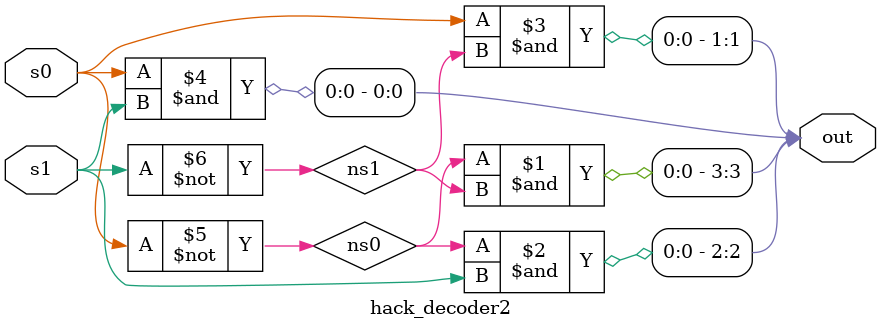
<source format=v>
module hack_decoder2(s0,s1,out);
  input           s0,s1;
  output  [3:0]   out; 

  wire            ns0, ns1;

  not inv0 (ns0, s0);
  not inv1 (ns1, s1);

  and and0 (out[3], ns0, ns1);
  and and1 (out[2], ns0, s1);
  and and2 (out[1], s0, ns1);
  and and3 (out[0], s0, s1);

  // Behavior description
  /*
  reg     [3:0]   out;  
  always @* begin
    out = 0;
    out[3-{s0,s1}] = 1;
  end
  */
endmodule

</source>
